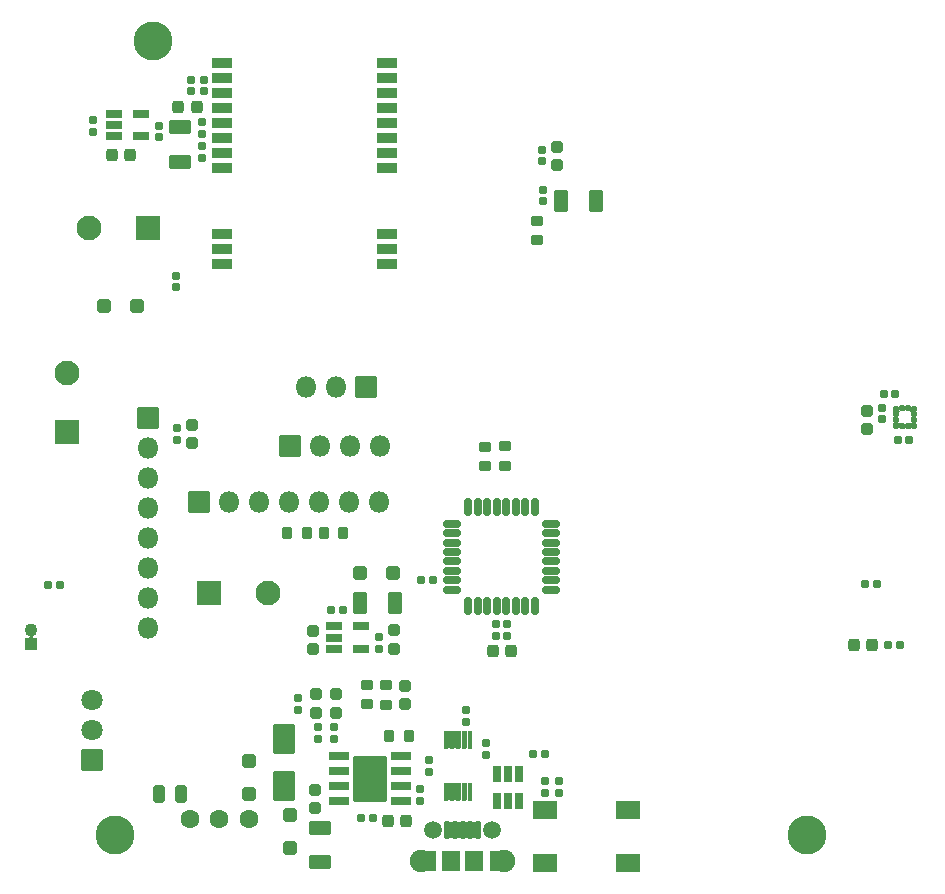
<source format=gbs>
%TF.GenerationSoftware,KiCad,Pcbnew,7.0.1-3b83917a11~172~ubuntu22.04.1*%
%TF.CreationDate,2023-04-06T21:51:21-06:00*%
%TF.ProjectId,gps-tracker,6770732d-7472-4616-936b-65722e6b6963,rev?*%
%TF.SameCoordinates,Original*%
%TF.FileFunction,Soldermask,Bot*%
%TF.FilePolarity,Negative*%
%FSLAX46Y46*%
G04 Gerber Fmt 4.6, Leading zero omitted, Abs format (unit mm)*
G04 Created by KiCad (PCBNEW 7.0.1-3b83917a11~172~ubuntu22.04.1) date 2023-04-06 21:51:21*
%MOMM*%
%LPD*%
G01*
G04 APERTURE LIST*
G04 Aperture macros list*
%AMRoundRect*
0 Rectangle with rounded corners*
0 $1 Rounding radius*
0 $2 $3 $4 $5 $6 $7 $8 $9 X,Y pos of 4 corners*
0 Add a 4 corners polygon primitive as box body*
4,1,4,$2,$3,$4,$5,$6,$7,$8,$9,$2,$3,0*
0 Add four circle primitives for the rounded corners*
1,1,$1+$1,$2,$3*
1,1,$1+$1,$4,$5*
1,1,$1+$1,$6,$7*
1,1,$1+$1,$8,$9*
0 Add four rect primitives between the rounded corners*
20,1,$1+$1,$2,$3,$4,$5,0*
20,1,$1+$1,$4,$5,$6,$7,0*
20,1,$1+$1,$6,$7,$8,$9,0*
20,1,$1+$1,$8,$9,$2,$3,0*%
G04 Aperture macros list end*
%ADD10RoundRect,0.050000X-0.200000X-0.675000X0.200000X-0.675000X0.200000X0.675000X-0.200000X0.675000X0*%
%ADD11C,1.508000*%
%ADD12RoundRect,0.050000X0.750000X0.775000X-0.750000X0.775000X-0.750000X-0.775000X0.750000X-0.775000X0*%
%ADD13C,1.900000*%
%ADD14RoundRect,0.300000X-0.650000X1.000000X-0.650000X-1.000000X0.650000X-1.000000X0.650000X1.000000X0*%
%ADD15C,1.800000*%
%ADD16RoundRect,0.050000X-0.850000X-0.850000X0.850000X-0.850000X0.850000X0.850000X-0.850000X0.850000X0*%
%ADD17RoundRect,0.050000X0.850000X-0.850000X0.850000X0.850000X-0.850000X0.850000X-0.850000X-0.850000X0*%
%ADD18O,1.800000X1.800000*%
%ADD19RoundRect,0.050000X0.500000X-0.500000X0.500000X0.500000X-0.500000X0.500000X-0.500000X-0.500000X0*%
%ADD20C,1.100000*%
%ADD21C,3.300000*%
%ADD22RoundRect,0.250000X-0.275000X0.200000X-0.275000X-0.200000X0.275000X-0.200000X0.275000X0.200000X0*%
%ADD23RoundRect,0.050000X-1.000000X-1.000000X1.000000X-1.000000X1.000000X1.000000X-1.000000X1.000000X0*%
%ADD24C,2.100000*%
%ADD25RoundRect,0.275000X0.225000X0.250000X-0.225000X0.250000X-0.225000X-0.250000X0.225000X-0.250000X0*%
%ADD26RoundRect,0.190000X-0.140000X-0.170000X0.140000X-0.170000X0.140000X0.170000X-0.140000X0.170000X0*%
%ADD27RoundRect,0.190000X0.170000X-0.140000X0.170000X0.140000X-0.170000X0.140000X-0.170000X-0.140000X0*%
%ADD28RoundRect,0.268750X0.256250X-0.218750X0.256250X0.218750X-0.256250X0.218750X-0.256250X-0.218750X0*%
%ADD29RoundRect,0.050000X-0.850000X0.850000X-0.850000X-0.850000X0.850000X-0.850000X0.850000X0.850000X0*%
%ADD30C,1.600000*%
%ADD31RoundRect,0.185000X0.185000X-0.135000X0.185000X0.135000X-0.185000X0.135000X-0.185000X-0.135000X0*%
%ADD32RoundRect,0.275000X-0.250000X0.225000X-0.250000X-0.225000X0.250000X-0.225000X0.250000X0.225000X0*%
%ADD33RoundRect,0.300000X-0.650000X0.325000X-0.650000X-0.325000X0.650000X-0.325000X0.650000X0.325000X0*%
%ADD34RoundRect,0.200000X-0.512500X-0.150000X0.512500X-0.150000X0.512500X0.150000X-0.512500X0.150000X0*%
%ADD35RoundRect,0.050000X-1.000000X-0.750000X1.000000X-0.750000X1.000000X0.750000X-1.000000X0.750000X0*%
%ADD36RoundRect,0.293750X0.243750X0.456250X-0.243750X0.456250X-0.243750X-0.456250X0.243750X-0.456250X0*%
%ADD37RoundRect,0.190000X0.140000X0.170000X-0.140000X0.170000X-0.140000X-0.170000X0.140000X-0.170000X0*%
%ADD38RoundRect,0.250000X0.275000X-0.200000X0.275000X0.200000X-0.275000X0.200000X-0.275000X-0.200000X0*%
%ADD39RoundRect,0.250000X0.200000X0.275000X-0.200000X0.275000X-0.200000X-0.275000X0.200000X-0.275000X0*%
%ADD40RoundRect,0.200000X0.675000X0.150000X-0.675000X0.150000X-0.675000X-0.150000X0.675000X-0.150000X0*%
%ADD41RoundRect,0.050000X1.350000X1.900000X-1.350000X1.900000X-1.350000X-1.900000X1.350000X-1.900000X0*%
%ADD42RoundRect,0.081500X0.143500X-0.173500X0.143500X0.173500X-0.143500X0.173500X-0.143500X-0.173500X0*%
%ADD43RoundRect,0.081500X0.173500X0.143500X-0.173500X0.143500X-0.173500X-0.143500X0.173500X-0.143500X0*%
%ADD44RoundRect,0.185000X-0.135000X-0.185000X0.135000X-0.185000X0.135000X0.185000X-0.135000X0.185000X0*%
%ADD45RoundRect,0.185000X-0.185000X0.135000X-0.185000X-0.135000X0.185000X-0.135000X0.185000X0.135000X0*%
%ADD46RoundRect,0.268750X0.218750X0.256250X-0.218750X0.256250X-0.218750X-0.256250X0.218750X-0.256250X0*%
%ADD47RoundRect,0.050000X-0.838200X-0.406400X0.838200X-0.406400X0.838200X0.406400X-0.838200X0.406400X0*%
%ADD48RoundRect,0.190000X-0.170000X0.140000X-0.170000X-0.140000X0.170000X-0.140000X0.170000X0.140000X0*%
%ADD49RoundRect,0.050000X1.000000X-1.000000X1.000000X1.000000X-1.000000X1.000000X-1.000000X-1.000000X0*%
%ADD50RoundRect,0.300000X-0.325000X-0.650000X0.325000X-0.650000X0.325000X0.650000X-0.325000X0.650000X0*%
%ADD51RoundRect,0.185000X0.135000X0.185000X-0.135000X0.185000X-0.135000X-0.185000X0.135000X-0.185000X0*%
%ADD52RoundRect,0.275000X-0.225000X-0.250000X0.225000X-0.250000X0.225000X0.250000X-0.225000X0.250000X0*%
%ADD53RoundRect,0.300000X0.300000X0.300000X-0.300000X0.300000X-0.300000X-0.300000X0.300000X-0.300000X0*%
%ADD54RoundRect,0.300000X-0.300000X0.300000X-0.300000X-0.300000X0.300000X-0.300000X0.300000X0.300000X0*%
%ADD55RoundRect,0.275000X0.250000X-0.225000X0.250000X0.225000X-0.250000X0.225000X-0.250000X-0.225000X0*%
%ADD56RoundRect,0.175000X0.125000X-0.625000X0.125000X0.625000X-0.125000X0.625000X-0.125000X-0.625000X0*%
%ADD57RoundRect,0.175000X0.625000X-0.125000X0.625000X0.125000X-0.625000X0.125000X-0.625000X-0.125000X0*%
%ADD58RoundRect,0.050000X1.000000X1.000000X-1.000000X1.000000X-1.000000X-1.000000X1.000000X-1.000000X0*%
%ADD59RoundRect,0.300000X0.300000X-0.300000X0.300000X0.300000X-0.300000X0.300000X-0.300000X-0.300000X0*%
%ADD60RoundRect,0.050000X0.150000X-0.700000X0.150000X0.700000X-0.150000X0.700000X-0.150000X-0.700000X0*%
%ADD61RoundRect,0.250000X-0.200000X-0.275000X0.200000X-0.275000X0.200000X0.275000X-0.200000X0.275000X0*%
%ADD62RoundRect,0.200000X0.150000X-0.512500X0.150000X0.512500X-0.150000X0.512500X-0.150000X-0.512500X0*%
%ADD63RoundRect,0.300000X0.325000X0.650000X-0.325000X0.650000X-0.325000X-0.650000X0.325000X-0.650000X0*%
G04 APERTURE END LIST*
D10*
%TO.C,J1*%
X112400000Y-122825000D03*
X111750000Y-122825000D03*
X111100000Y-122825000D03*
X110450000Y-122825000D03*
X109800000Y-122825000D03*
D11*
X113600000Y-122800000D03*
X108600000Y-122800000D03*
D12*
X112100000Y-125500000D03*
X110100000Y-125500000D03*
D13*
X114600000Y-125500000D03*
D12*
X114150000Y-125500000D03*
X108050000Y-125500000D03*
D13*
X107600000Y-125500000D03*
%TD*%
D14*
%TO.C,D9*%
X96000000Y-115100000D03*
X96000000Y-119100000D03*
%TD*%
D15*
%TO.C,J4*%
X79700000Y-111845000D03*
X79700000Y-114385000D03*
D16*
X79700000Y-116925000D03*
%TD*%
D17*
%TO.C,J6*%
X102900000Y-85300000D03*
D18*
X100360000Y-85300000D03*
X97820000Y-85300000D03*
%TD*%
D19*
%TO.C,J7*%
X74600000Y-107125000D03*
D20*
X74600000Y-105875000D03*
%TD*%
D16*
%TO.C,J3*%
X84500000Y-87925000D03*
D18*
X84500000Y-90465000D03*
X84500000Y-93005000D03*
X84500000Y-95545000D03*
X84500000Y-98085000D03*
X84500000Y-100625000D03*
X84500000Y-103165000D03*
X84500000Y-105705000D03*
%TD*%
D21*
%TO.C,H3*%
X140300000Y-123300000D03*
%TD*%
%TO.C,H2*%
X81700000Y-123300000D03*
%TD*%
%TO.C,H1*%
X84900000Y-56000000D03*
%TD*%
D22*
%TO.C,R13*%
X114700000Y-90350000D03*
X114700000Y-92000000D03*
%TD*%
D23*
%TO.C,C16*%
X89632323Y-102800000D03*
D24*
X94632323Y-102800000D03*
%TD*%
D25*
%TO.C,C34*%
X82950000Y-65700000D03*
X81400000Y-65700000D03*
%TD*%
D26*
%TO.C,C4*%
X113925000Y-105400000D03*
X114885000Y-105400000D03*
%TD*%
D27*
%TO.C,C30*%
X89200000Y-60280000D03*
X89200000Y-59320000D03*
%TD*%
D28*
%TO.C,D6*%
X98700000Y-112887500D03*
X98700000Y-111312500D03*
%TD*%
D29*
%TO.C,J5*%
X96520000Y-90300000D03*
D18*
X99060000Y-90300000D03*
X101600000Y-90300000D03*
X104140000Y-90300000D03*
%TD*%
D30*
%TO.C,SW6*%
X88000000Y-121900000D03*
X90500000Y-121900000D03*
X93000000Y-121900000D03*
%TD*%
D27*
%TO.C,C29*%
X117800000Y-66200000D03*
X117800000Y-65240000D03*
%TD*%
D31*
%TO.C,R4*%
X108300000Y-117900000D03*
X108300000Y-116880000D03*
%TD*%
D26*
%TO.C,C1*%
X117100000Y-116400000D03*
X118060000Y-116400000D03*
%TD*%
D32*
%TO.C,C12*%
X106200000Y-110650000D03*
X106200000Y-112200000D03*
%TD*%
D33*
%TO.C,C15*%
X99000000Y-122625000D03*
X99000000Y-125575000D03*
%TD*%
D25*
%TO.C,C5*%
X115200000Y-107700000D03*
X113650000Y-107700000D03*
%TD*%
D27*
%TO.C,C25*%
X88100000Y-60280000D03*
X88100000Y-59320000D03*
%TD*%
D31*
%TO.C,R2*%
X111400000Y-113700000D03*
X111400000Y-112680000D03*
%TD*%
D27*
%TO.C,C24*%
X117800000Y-66200000D03*
X117800000Y-65240000D03*
%TD*%
D31*
%TO.C,R24*%
X89000000Y-63920000D03*
X89000000Y-62900000D03*
%TD*%
D26*
%TO.C,C32*%
X113925000Y-106400000D03*
X114885000Y-106400000D03*
%TD*%
D34*
%TO.C,U9*%
X81625000Y-64100000D03*
X81625000Y-63150000D03*
X81625000Y-62200000D03*
X83900000Y-62200000D03*
X83900000Y-64100000D03*
%TD*%
D35*
%TO.C,SW2*%
X118100000Y-125650000D03*
X125100000Y-125650000D03*
X118100000Y-121150000D03*
X125100000Y-121150000D03*
%TD*%
D32*
%TO.C,C7*%
X88200000Y-88550000D03*
X88200000Y-90100000D03*
%TD*%
D36*
%TO.C,TH1*%
X87300000Y-119800000D03*
X85425000Y-119800000D03*
%TD*%
D37*
%TO.C,C20*%
X146780000Y-85900000D03*
X147740000Y-85900000D03*
%TD*%
D34*
%TO.C,U4*%
X100225000Y-107500000D03*
X100225000Y-106550000D03*
X100225000Y-105600000D03*
X102500000Y-105600000D03*
X102500000Y-107500000D03*
%TD*%
D27*
%TO.C,C14*%
X104000000Y-107480000D03*
X104000000Y-106520000D03*
%TD*%
D38*
%TO.C,R17*%
X104600000Y-112250000D03*
X104600000Y-110600000D03*
%TD*%
D29*
%TO.C,J2*%
X88800000Y-95100000D03*
D18*
X91340000Y-95100000D03*
X93880000Y-95100000D03*
X96420000Y-95100000D03*
X98960000Y-95100000D03*
X101500000Y-95100000D03*
X104040000Y-95100000D03*
%TD*%
D39*
%TO.C,R12*%
X97925000Y-97700000D03*
X96275000Y-97700000D03*
%TD*%
D22*
%TO.C,R16*%
X103000000Y-110550000D03*
X103000000Y-112200000D03*
%TD*%
D40*
%TO.C,U8*%
X105850000Y-116590000D03*
X105850000Y-117860000D03*
X105850000Y-119130000D03*
X105850000Y-120400000D03*
X100600000Y-120400000D03*
X100600000Y-119130000D03*
X100600000Y-117860000D03*
X100600000Y-116590000D03*
D41*
X103225000Y-118495000D03*
%TD*%
D42*
%TO.C,U5*%
X148790000Y-87140000D03*
X148290000Y-87140000D03*
D43*
X147780000Y-87150000D03*
X147780000Y-87650000D03*
X147780000Y-88150000D03*
X147780000Y-88650000D03*
D42*
X148290000Y-88660000D03*
X148790000Y-88660000D03*
D43*
X149300000Y-88650000D03*
X149300000Y-88150000D03*
X149300000Y-87650000D03*
X149300000Y-87150000D03*
%TD*%
D44*
%TO.C,R11*%
X147090000Y-107200000D03*
X148110000Y-107200000D03*
%TD*%
D45*
%TO.C,R18*%
X98900000Y-114090000D03*
X98900000Y-115110000D03*
%TD*%
D46*
%TO.C,D2*%
X145800000Y-107200000D03*
X144225000Y-107200000D03*
%TD*%
D47*
%TO.C,U7*%
X90700000Y-74908000D03*
X90700000Y-73638000D03*
X90700000Y-72368000D03*
X90700000Y-66780000D03*
X90700000Y-65510000D03*
X90700000Y-64240000D03*
X90700000Y-62970000D03*
X90700000Y-61700000D03*
X90700000Y-60430000D03*
X90700000Y-59160000D03*
X90700000Y-57890000D03*
X104670000Y-57890000D03*
X104670000Y-59160000D03*
X104670000Y-60430000D03*
X104670000Y-61700000D03*
X104670000Y-62970000D03*
X104670000Y-64240000D03*
X104670000Y-65510000D03*
X104670000Y-66780000D03*
X104670000Y-72368000D03*
X104670000Y-73638000D03*
X104670000Y-74908000D03*
%TD*%
D48*
%TO.C,C17*%
X146640000Y-88060000D03*
X146640000Y-87100000D03*
%TD*%
D49*
%TO.C,C19*%
X77600000Y-89167677D03*
D24*
X77600000Y-84167677D03*
%TD*%
D32*
%TO.C,C22*%
X119100000Y-65000000D03*
X119100000Y-66550000D03*
%TD*%
D37*
%TO.C,C18*%
X147980000Y-89800000D03*
X148940000Y-89800000D03*
%TD*%
D50*
%TO.C,C26*%
X102425000Y-103600000D03*
X105375000Y-103600000D03*
%TD*%
D48*
%TO.C,C33*%
X107500000Y-119400000D03*
X107500000Y-120360000D03*
%TD*%
D51*
%TO.C,R1*%
X77000000Y-102100000D03*
X75980000Y-102100000D03*
%TD*%
D31*
%TO.C,R25*%
X118100000Y-119700000D03*
X118100000Y-118680000D03*
%TD*%
D52*
%TO.C,C23*%
X87025000Y-61600000D03*
X88575000Y-61600000D03*
%TD*%
D51*
%TO.C,R15*%
X101010000Y-104200000D03*
X99990000Y-104200000D03*
%TD*%
D53*
%TO.C,D8*%
X83500000Y-78500000D03*
X80700000Y-78500000D03*
%TD*%
D54*
%TO.C,D3*%
X93000000Y-117000000D03*
X93000000Y-119800000D03*
%TD*%
D55*
%TO.C,C2*%
X98600000Y-120975000D03*
X98600000Y-119425000D03*
%TD*%
D27*
%TO.C,C6*%
X113100000Y-116460000D03*
X113100000Y-115500000D03*
%TD*%
%TO.C,C36*%
X85400000Y-64180000D03*
X85400000Y-63220000D03*
%TD*%
D53*
%TO.C,D5*%
X105200000Y-101100000D03*
X102400000Y-101100000D03*
%TD*%
D44*
%TO.C,R8*%
X107590000Y-101700000D03*
X108610000Y-101700000D03*
%TD*%
D25*
%TO.C,C21*%
X106350000Y-122100000D03*
X104800000Y-122100000D03*
%TD*%
D22*
%TO.C,R21*%
X117400000Y-71250000D03*
X117400000Y-72900000D03*
%TD*%
D44*
%TO.C,R3*%
X145180000Y-102000000D03*
X146200000Y-102000000D03*
%TD*%
D32*
%TO.C,C11*%
X105300000Y-105925000D03*
X105300000Y-107475000D03*
%TD*%
D27*
%TO.C,C9*%
X86800000Y-76900000D03*
X86800000Y-75940000D03*
%TD*%
D45*
%TO.C,R19*%
X100200000Y-114090000D03*
X100200000Y-115110000D03*
%TD*%
%TO.C,R5*%
X119300000Y-118700000D03*
X119300000Y-119720000D03*
%TD*%
D32*
%TO.C,C10*%
X98400000Y-107550000D03*
X98400000Y-106000000D03*
%TD*%
D27*
%TO.C,C27*%
X117900000Y-69600000D03*
X117900000Y-68640000D03*
%TD*%
D28*
%TO.C,D7*%
X100400000Y-111312500D03*
X100400000Y-112887500D03*
%TD*%
D56*
%TO.C,U1*%
X117200000Y-103875000D03*
X116400000Y-103875000D03*
X115600000Y-103875000D03*
X114800000Y-103875000D03*
X114000000Y-103875000D03*
X113200000Y-103875000D03*
X112400000Y-103875000D03*
X111600000Y-103875000D03*
D57*
X110225000Y-102500000D03*
X110225000Y-101700000D03*
X110225000Y-100900000D03*
X110225000Y-100100000D03*
X110225000Y-99300000D03*
X110225000Y-98500000D03*
X110225000Y-97700000D03*
X110225000Y-96900000D03*
D56*
X111600000Y-95525000D03*
X112400000Y-95525000D03*
X113200000Y-95525000D03*
X114000000Y-95525000D03*
X114800000Y-95525000D03*
X115600000Y-95525000D03*
X116400000Y-95525000D03*
X117200000Y-95525000D03*
D57*
X118575000Y-96900000D03*
X118575000Y-97700000D03*
X118575000Y-98500000D03*
X118575000Y-99300000D03*
X118575000Y-100100000D03*
X118575000Y-100900000D03*
X118575000Y-101700000D03*
X118575000Y-102500000D03*
%TD*%
D51*
%TO.C,R6*%
X103500000Y-121800000D03*
X102480000Y-121800000D03*
%TD*%
D31*
%TO.C,R22*%
X79800000Y-63700000D03*
X79800000Y-62680000D03*
%TD*%
D45*
%TO.C,R7*%
X97200000Y-111680000D03*
X97200000Y-112700000D03*
%TD*%
D27*
%TO.C,C8*%
X86900000Y-89800000D03*
X86900000Y-88840000D03*
%TD*%
D55*
%TO.C,C35*%
X145340000Y-87350000D03*
X145340000Y-88900000D03*
%TD*%
D58*
%TO.C,C3*%
X84467677Y-71900000D03*
D24*
X79467677Y-71900000D03*
%TD*%
D59*
%TO.C,D4*%
X96500000Y-124400000D03*
X96500000Y-121600000D03*
%TD*%
D33*
%TO.C,C37*%
X87200000Y-63325000D03*
X87200000Y-66275000D03*
%TD*%
D60*
%TO.C,U2*%
X111700000Y-119600000D03*
X111200000Y-119600000D03*
X110700000Y-119600000D03*
X110200000Y-119600000D03*
X109700000Y-119600000D03*
X109700000Y-115200000D03*
X110200000Y-115200000D03*
X110700000Y-115200000D03*
X111200000Y-115200000D03*
X111700000Y-115200000D03*
%TD*%
D61*
%TO.C,R20*%
X104875000Y-114900000D03*
X106525000Y-114900000D03*
%TD*%
D62*
%TO.C,D1*%
X115900000Y-120400000D03*
X114950000Y-120400000D03*
X114000000Y-120400000D03*
X114000000Y-118125000D03*
X114950000Y-118125000D03*
X115900000Y-118125000D03*
%TD*%
D39*
%TO.C,R14*%
X101000000Y-97700000D03*
X99350000Y-97700000D03*
%TD*%
D63*
%TO.C,C28*%
X122375000Y-69600000D03*
X119425000Y-69600000D03*
%TD*%
D31*
%TO.C,R23*%
X89000000Y-65910000D03*
X89000000Y-64890000D03*
%TD*%
D22*
%TO.C,R10*%
X113000000Y-92050000D03*
X113000000Y-90400000D03*
%TD*%
G36*
X112154331Y-122134466D02*
G01*
X112154789Y-122136175D01*
X112152000Y-122150199D01*
X112152000Y-123499801D01*
X112154788Y-123513821D01*
X112154330Y-123515530D01*
X112152695Y-123516207D01*
X112151163Y-123515322D01*
X112127378Y-123479727D01*
X112022614Y-123479728D01*
X111998837Y-123515315D01*
X111997305Y-123516200D01*
X111995670Y-123515523D01*
X111995212Y-123513814D01*
X111998000Y-123499801D01*
X111998000Y-122150199D01*
X111995211Y-122136181D01*
X111995669Y-122134472D01*
X111997304Y-122133795D01*
X111998836Y-122134680D01*
X112022616Y-122170270D01*
X112127377Y-122170271D01*
X112151164Y-122134674D01*
X112152696Y-122133789D01*
X112154331Y-122134466D01*
G37*
G36*
X111504331Y-122134466D02*
G01*
X111504789Y-122136175D01*
X111502000Y-122150199D01*
X111502000Y-123499801D01*
X111504788Y-123513821D01*
X111504330Y-123515530D01*
X111502695Y-123516207D01*
X111501163Y-123515322D01*
X111477378Y-123479727D01*
X111372614Y-123479728D01*
X111348837Y-123515315D01*
X111347305Y-123516200D01*
X111345670Y-123515523D01*
X111345212Y-123513814D01*
X111348000Y-123499801D01*
X111348000Y-122150199D01*
X111345211Y-122136181D01*
X111345669Y-122134472D01*
X111347304Y-122133795D01*
X111348836Y-122134680D01*
X111372616Y-122170270D01*
X111477377Y-122170271D01*
X111501164Y-122134674D01*
X111502696Y-122133789D01*
X111504331Y-122134466D01*
G37*
G36*
X110854331Y-122134466D02*
G01*
X110854789Y-122136175D01*
X110852000Y-122150199D01*
X110852000Y-123499801D01*
X110854788Y-123513821D01*
X110854330Y-123515530D01*
X110852695Y-123516207D01*
X110851163Y-123515322D01*
X110827378Y-123479727D01*
X110722614Y-123479728D01*
X110698837Y-123515315D01*
X110697305Y-123516200D01*
X110695670Y-123515523D01*
X110695212Y-123513814D01*
X110698000Y-123499801D01*
X110698000Y-122150199D01*
X110695211Y-122136181D01*
X110695669Y-122134472D01*
X110697304Y-122133795D01*
X110698836Y-122134680D01*
X110722616Y-122170270D01*
X110827377Y-122170271D01*
X110851164Y-122134674D01*
X110852696Y-122133789D01*
X110854331Y-122134466D01*
G37*
G36*
X110204331Y-122134466D02*
G01*
X110204789Y-122136175D01*
X110202000Y-122150199D01*
X110202000Y-123499801D01*
X110204788Y-123513821D01*
X110204330Y-123515530D01*
X110202695Y-123516207D01*
X110201163Y-123515322D01*
X110177378Y-123479727D01*
X110072614Y-123479728D01*
X110048837Y-123515315D01*
X110047305Y-123516200D01*
X110045670Y-123515523D01*
X110045212Y-123513814D01*
X110048000Y-123499801D01*
X110048000Y-122150199D01*
X110045211Y-122136181D01*
X110045669Y-122134472D01*
X110047304Y-122133795D01*
X110048836Y-122134680D01*
X110072616Y-122170270D01*
X110177377Y-122170271D01*
X110201164Y-122134674D01*
X110202696Y-122133789D01*
X110204331Y-122134466D01*
G37*
G36*
X111513751Y-118868173D02*
G01*
X111513520Y-118869927D01*
X111505690Y-118881645D01*
X111502000Y-118900199D01*
X111502000Y-120299801D01*
X111505690Y-120318354D01*
X111513517Y-120330068D01*
X111513748Y-120331822D01*
X111512497Y-120333073D01*
X111510743Y-120332842D01*
X111479728Y-120312118D01*
X111420272Y-120312118D01*
X111389256Y-120332841D01*
X111387502Y-120333072D01*
X111386251Y-120331821D01*
X111386482Y-120330067D01*
X111394309Y-120318354D01*
X111398000Y-120299801D01*
X111398000Y-118900199D01*
X111394309Y-118881645D01*
X111386480Y-118869928D01*
X111386249Y-118868174D01*
X111387500Y-118866923D01*
X111389254Y-118867154D01*
X111420273Y-118887881D01*
X111479727Y-118887881D01*
X111510746Y-118867153D01*
X111512500Y-118866922D01*
X111513751Y-118868173D01*
G37*
G36*
X111013751Y-118868173D02*
G01*
X111013520Y-118869927D01*
X111005690Y-118881645D01*
X111002000Y-118900199D01*
X111002000Y-120299801D01*
X111005690Y-120318354D01*
X111013517Y-120330068D01*
X111013748Y-120331822D01*
X111012497Y-120333073D01*
X111010743Y-120332842D01*
X110979728Y-120312118D01*
X110920272Y-120312118D01*
X110889256Y-120332841D01*
X110887502Y-120333072D01*
X110886251Y-120331821D01*
X110886482Y-120330067D01*
X110894309Y-120318354D01*
X110898000Y-120299801D01*
X110898000Y-118900199D01*
X110894309Y-118881645D01*
X110886480Y-118869928D01*
X110886249Y-118868174D01*
X110887500Y-118866923D01*
X110889254Y-118867154D01*
X110920273Y-118887881D01*
X110979727Y-118887881D01*
X111010746Y-118867153D01*
X111012500Y-118866922D01*
X111013751Y-118868173D01*
G37*
G36*
X110513751Y-118868173D02*
G01*
X110513520Y-118869927D01*
X110505690Y-118881645D01*
X110502000Y-118900199D01*
X110502000Y-120299801D01*
X110505690Y-120318354D01*
X110513517Y-120330068D01*
X110513748Y-120331822D01*
X110512497Y-120333073D01*
X110510743Y-120332842D01*
X110479728Y-120312118D01*
X110420272Y-120312118D01*
X110389256Y-120332841D01*
X110387502Y-120333072D01*
X110386251Y-120331821D01*
X110386482Y-120330067D01*
X110394309Y-120318354D01*
X110398000Y-120299801D01*
X110398000Y-118900199D01*
X110394309Y-118881645D01*
X110386480Y-118869928D01*
X110386249Y-118868174D01*
X110387500Y-118866923D01*
X110389254Y-118867154D01*
X110420273Y-118887881D01*
X110479727Y-118887881D01*
X110510746Y-118867153D01*
X110512500Y-118866922D01*
X110513751Y-118868173D01*
G37*
G36*
X110013751Y-118868173D02*
G01*
X110013520Y-118869927D01*
X110005690Y-118881645D01*
X110002000Y-118900199D01*
X110002000Y-120299801D01*
X110005690Y-120318354D01*
X110013517Y-120330068D01*
X110013748Y-120331822D01*
X110012497Y-120333073D01*
X110010743Y-120332842D01*
X109979728Y-120312118D01*
X109920272Y-120312118D01*
X109889256Y-120332841D01*
X109887502Y-120333072D01*
X109886251Y-120331821D01*
X109886482Y-120330067D01*
X109894309Y-120318354D01*
X109898000Y-120299801D01*
X109898000Y-118900199D01*
X109894309Y-118881645D01*
X109886480Y-118869928D01*
X109886249Y-118868174D01*
X109887500Y-118866923D01*
X109889254Y-118867154D01*
X109920273Y-118887881D01*
X109979727Y-118887881D01*
X110010746Y-118867153D01*
X110012500Y-118866922D01*
X110013751Y-118868173D01*
G37*
G36*
X111513751Y-114468173D02*
G01*
X111513520Y-114469927D01*
X111505690Y-114481645D01*
X111502000Y-114500199D01*
X111502000Y-115899801D01*
X111505690Y-115918354D01*
X111513517Y-115930068D01*
X111513748Y-115931822D01*
X111512497Y-115933073D01*
X111510743Y-115932842D01*
X111479728Y-115912118D01*
X111420272Y-115912118D01*
X111389256Y-115932841D01*
X111387502Y-115933072D01*
X111386251Y-115931821D01*
X111386482Y-115930067D01*
X111394309Y-115918354D01*
X111398000Y-115899801D01*
X111398000Y-114500199D01*
X111394309Y-114481645D01*
X111386480Y-114469928D01*
X111386249Y-114468174D01*
X111387500Y-114466923D01*
X111389254Y-114467154D01*
X111420273Y-114487881D01*
X111479727Y-114487881D01*
X111510746Y-114467153D01*
X111512500Y-114466922D01*
X111513751Y-114468173D01*
G37*
G36*
X111013751Y-114468173D02*
G01*
X111013520Y-114469927D01*
X111005690Y-114481645D01*
X111002000Y-114500199D01*
X111002000Y-115899801D01*
X111005690Y-115918354D01*
X111013517Y-115930068D01*
X111013748Y-115931822D01*
X111012497Y-115933073D01*
X111010743Y-115932842D01*
X110979728Y-115912118D01*
X110920272Y-115912118D01*
X110889256Y-115932841D01*
X110887502Y-115933072D01*
X110886251Y-115931821D01*
X110886482Y-115930067D01*
X110894309Y-115918354D01*
X110898000Y-115899801D01*
X110898000Y-114500199D01*
X110894309Y-114481645D01*
X110886480Y-114469928D01*
X110886249Y-114468174D01*
X110887500Y-114466923D01*
X110889254Y-114467154D01*
X110920273Y-114487881D01*
X110979727Y-114487881D01*
X111010746Y-114467153D01*
X111012500Y-114466922D01*
X111013751Y-114468173D01*
G37*
G36*
X110513751Y-114468173D02*
G01*
X110513520Y-114469927D01*
X110505690Y-114481645D01*
X110502000Y-114500199D01*
X110502000Y-115899801D01*
X110505690Y-115918354D01*
X110513517Y-115930068D01*
X110513748Y-115931822D01*
X110512497Y-115933073D01*
X110510743Y-115932842D01*
X110479728Y-115912118D01*
X110420272Y-115912118D01*
X110389256Y-115932841D01*
X110387502Y-115933072D01*
X110386251Y-115931821D01*
X110386482Y-115930067D01*
X110394309Y-115918354D01*
X110398000Y-115899801D01*
X110398000Y-114500199D01*
X110394309Y-114481645D01*
X110386480Y-114469928D01*
X110386249Y-114468174D01*
X110387500Y-114466923D01*
X110389254Y-114467154D01*
X110420273Y-114487881D01*
X110479727Y-114487881D01*
X110510746Y-114467153D01*
X110512500Y-114466922D01*
X110513751Y-114468173D01*
G37*
G36*
X110013751Y-114468173D02*
G01*
X110013520Y-114469927D01*
X110005690Y-114481645D01*
X110002000Y-114500199D01*
X110002000Y-115899801D01*
X110005690Y-115918354D01*
X110013517Y-115930068D01*
X110013748Y-115931822D01*
X110012497Y-115933073D01*
X110010743Y-115932842D01*
X109979728Y-115912118D01*
X109920272Y-115912118D01*
X109889256Y-115932841D01*
X109887502Y-115933072D01*
X109886251Y-115931821D01*
X109886482Y-115930067D01*
X109894309Y-115918354D01*
X109898000Y-115899801D01*
X109898000Y-114500199D01*
X109894309Y-114481645D01*
X109886480Y-114469928D01*
X109886249Y-114468174D01*
X109887500Y-114466923D01*
X109889254Y-114467154D01*
X109920273Y-114487881D01*
X109979727Y-114487881D01*
X110010746Y-114467153D01*
X110012500Y-114466922D01*
X110013751Y-114468173D01*
G37*
G36*
X74458172Y-106404310D02*
G01*
X74600000Y-106422982D01*
X74741827Y-106404310D01*
X74830404Y-106367620D01*
X74832338Y-106367845D01*
X74833164Y-106369609D01*
X74832098Y-106371239D01*
X74731751Y-106423906D01*
X74768874Y-106574521D01*
X74768506Y-106576233D01*
X74766932Y-106577000D01*
X74433069Y-106577000D01*
X74431495Y-106576233D01*
X74431127Y-106574521D01*
X74468248Y-106423906D01*
X74367898Y-106371238D01*
X74366832Y-106369608D01*
X74367658Y-106367844D01*
X74369592Y-106367619D01*
X74458172Y-106404310D01*
G37*
G36*
X148587977Y-88432400D02*
G01*
X148587746Y-88434154D01*
X148573088Y-88456090D01*
X148567000Y-88486699D01*
X148567000Y-88833301D01*
X148573088Y-88863909D01*
X148587743Y-88885842D01*
X148587974Y-88887596D01*
X148586723Y-88888847D01*
X148584969Y-88888616D01*
X148569728Y-88878432D01*
X148510272Y-88878432D01*
X148495030Y-88888616D01*
X148493276Y-88888847D01*
X148492025Y-88887596D01*
X148492256Y-88885842D01*
X148506911Y-88863909D01*
X148513000Y-88833301D01*
X148513000Y-88486699D01*
X148506911Y-88456090D01*
X148492254Y-88434154D01*
X148492023Y-88432400D01*
X148493274Y-88431149D01*
X148495028Y-88431380D01*
X148510273Y-88441567D01*
X148569727Y-88441567D01*
X148584972Y-88431380D01*
X148586726Y-88431149D01*
X148587977Y-88432400D01*
G37*
G36*
X148027509Y-88327545D02*
G01*
X148027967Y-88329254D01*
X148025808Y-88340111D01*
X148099880Y-88414189D01*
X148110751Y-88412027D01*
X148112460Y-88412485D01*
X148113137Y-88414120D01*
X148112252Y-88415652D01*
X148090312Y-88430312D01*
X148073088Y-88456090D01*
X148067000Y-88486699D01*
X148067000Y-88833301D01*
X148073088Y-88863909D01*
X148087744Y-88885842D01*
X148087975Y-88887596D01*
X148086724Y-88888847D01*
X148084970Y-88888616D01*
X148056742Y-88869755D01*
X148018503Y-88862149D01*
X147989255Y-88867967D01*
X147987546Y-88867509D01*
X147986869Y-88865874D01*
X147987754Y-88864342D01*
X148009687Y-88849687D01*
X148026911Y-88823909D01*
X148033000Y-88793301D01*
X148033000Y-88506699D01*
X148026911Y-88476090D01*
X148009687Y-88450312D01*
X147983909Y-88433088D01*
X147953301Y-88427000D01*
X147606699Y-88427000D01*
X147576090Y-88433088D01*
X147554154Y-88447746D01*
X147552400Y-88447977D01*
X147551149Y-88446726D01*
X147551380Y-88444972D01*
X147561567Y-88429727D01*
X147561567Y-88370273D01*
X147551380Y-88355028D01*
X147551149Y-88353274D01*
X147552400Y-88352023D01*
X147554154Y-88352254D01*
X147576090Y-88366911D01*
X147606699Y-88373000D01*
X147953301Y-88373000D01*
X147983909Y-88366911D01*
X148009687Y-88349687D01*
X148024342Y-88327753D01*
X148025874Y-88326868D01*
X148027509Y-88327545D01*
G37*
G36*
X149055653Y-88327748D02*
G01*
X149070312Y-88349687D01*
X149096090Y-88366911D01*
X149126699Y-88373000D01*
X149473301Y-88373000D01*
X149503909Y-88366911D01*
X149525842Y-88352256D01*
X149527596Y-88352025D01*
X149528847Y-88353276D01*
X149528616Y-88355030D01*
X149518432Y-88370272D01*
X149518432Y-88429728D01*
X149528616Y-88444969D01*
X149528847Y-88446723D01*
X149527596Y-88447974D01*
X149525842Y-88447743D01*
X149503909Y-88433088D01*
X149473301Y-88427000D01*
X149126699Y-88427000D01*
X149096090Y-88433088D01*
X149070312Y-88450312D01*
X149053088Y-88476090D01*
X149047000Y-88506699D01*
X149047000Y-88793301D01*
X149053088Y-88823909D01*
X149070312Y-88849687D01*
X149092246Y-88864342D01*
X149093131Y-88865874D01*
X149092454Y-88867509D01*
X149090745Y-88867967D01*
X149061495Y-88862149D01*
X149023256Y-88869755D01*
X148995030Y-88888615D01*
X148993276Y-88888846D01*
X148992025Y-88887595D01*
X148992256Y-88885841D01*
X149006911Y-88863909D01*
X149013000Y-88833301D01*
X149013000Y-88486699D01*
X149006911Y-88456090D01*
X148989687Y-88430312D01*
X148967746Y-88415652D01*
X148966861Y-88414120D01*
X148967538Y-88412485D01*
X148969247Y-88412027D01*
X148980116Y-88414188D01*
X149054189Y-88340115D01*
X149052028Y-88329249D01*
X149052486Y-88327540D01*
X149054121Y-88326863D01*
X149055653Y-88327748D01*
G37*
G36*
X149074154Y-87852254D02*
G01*
X149096090Y-87866911D01*
X149126699Y-87873000D01*
X149473301Y-87873000D01*
X149503909Y-87866911D01*
X149525842Y-87852256D01*
X149527596Y-87852025D01*
X149528847Y-87853276D01*
X149528616Y-87855030D01*
X149518432Y-87870272D01*
X149518432Y-87929728D01*
X149528616Y-87944969D01*
X149528847Y-87946723D01*
X149527596Y-87947974D01*
X149525842Y-87947743D01*
X149503909Y-87933088D01*
X149473301Y-87927000D01*
X149126699Y-87927000D01*
X149096090Y-87933088D01*
X149074154Y-87947746D01*
X149072400Y-87947977D01*
X149071149Y-87946726D01*
X149071380Y-87944972D01*
X149081567Y-87929727D01*
X149081567Y-87870273D01*
X149071380Y-87855028D01*
X149071149Y-87853274D01*
X149072400Y-87852023D01*
X149074154Y-87852254D01*
G37*
G36*
X147554154Y-87852254D02*
G01*
X147576090Y-87866911D01*
X147606699Y-87873000D01*
X147953301Y-87873000D01*
X147983909Y-87866911D01*
X148005842Y-87852256D01*
X148007596Y-87852025D01*
X148008847Y-87853276D01*
X148008616Y-87855030D01*
X147998432Y-87870272D01*
X147998432Y-87929728D01*
X148008616Y-87944969D01*
X148008847Y-87946723D01*
X148007596Y-87947974D01*
X148005842Y-87947743D01*
X147983909Y-87933088D01*
X147953301Y-87927000D01*
X147606699Y-87927000D01*
X147576090Y-87933088D01*
X147554154Y-87947746D01*
X147552400Y-87947977D01*
X147551149Y-87946726D01*
X147551380Y-87944972D01*
X147561567Y-87929727D01*
X147561567Y-87870273D01*
X147551380Y-87855028D01*
X147551149Y-87853274D01*
X147552400Y-87852023D01*
X147554154Y-87852254D01*
G37*
G36*
X148995029Y-86911382D02*
G01*
X149023256Y-86930243D01*
X149061492Y-86937849D01*
X149090747Y-86932030D01*
X149092456Y-86932488D01*
X149093133Y-86934123D01*
X149092248Y-86935655D01*
X149070312Y-86950312D01*
X149053088Y-86976090D01*
X149047000Y-87006699D01*
X149047000Y-87293301D01*
X149053088Y-87323909D01*
X149070312Y-87349687D01*
X149096090Y-87366911D01*
X149126699Y-87373000D01*
X149473301Y-87373000D01*
X149503909Y-87366911D01*
X149525842Y-87352256D01*
X149527596Y-87352025D01*
X149528847Y-87353276D01*
X149528616Y-87355030D01*
X149518432Y-87370272D01*
X149518432Y-87429728D01*
X149528616Y-87444969D01*
X149528847Y-87446723D01*
X149527596Y-87447974D01*
X149525842Y-87447743D01*
X149503909Y-87433088D01*
X149473301Y-87427000D01*
X149126699Y-87427000D01*
X149096090Y-87433088D01*
X149070312Y-87450312D01*
X149055651Y-87472255D01*
X149054119Y-87473140D01*
X149052484Y-87472463D01*
X149052026Y-87470754D01*
X149054188Y-87459879D01*
X148980110Y-87385807D01*
X148969256Y-87387966D01*
X148967547Y-87387508D01*
X148966870Y-87385873D01*
X148967755Y-87384341D01*
X148989687Y-87369687D01*
X149006911Y-87343909D01*
X149013000Y-87313301D01*
X149013000Y-86966699D01*
X149006911Y-86936090D01*
X148992255Y-86914156D01*
X148992024Y-86912402D01*
X148993275Y-86911151D01*
X148995029Y-86911382D01*
G37*
G36*
X148087977Y-86912399D02*
G01*
X148087746Y-86914153D01*
X148073088Y-86936090D01*
X148067000Y-86966699D01*
X148067000Y-87313301D01*
X148073088Y-87343909D01*
X148090312Y-87369687D01*
X148112247Y-87384343D01*
X148113132Y-87385875D01*
X148112455Y-87387510D01*
X148110746Y-87387968D01*
X148099884Y-87385808D01*
X148025807Y-87459885D01*
X148027967Y-87470744D01*
X148027509Y-87472453D01*
X148025874Y-87473130D01*
X148024342Y-87472245D01*
X148009687Y-87450312D01*
X147983909Y-87433088D01*
X147953301Y-87427000D01*
X147606699Y-87427000D01*
X147576090Y-87433088D01*
X147554152Y-87447747D01*
X147552398Y-87447978D01*
X147551147Y-87446727D01*
X147551378Y-87444973D01*
X147561567Y-87429725D01*
X147561567Y-87370271D01*
X147551383Y-87355029D01*
X147551152Y-87353275D01*
X147552403Y-87352024D01*
X147554157Y-87352255D01*
X147576090Y-87366911D01*
X147606699Y-87373000D01*
X147953301Y-87373000D01*
X147983909Y-87366911D01*
X148009687Y-87349687D01*
X148026911Y-87323909D01*
X148033000Y-87293301D01*
X148033000Y-87006699D01*
X148026911Y-86976090D01*
X148009687Y-86950312D01*
X147987752Y-86935656D01*
X147986867Y-86934124D01*
X147987544Y-86932489D01*
X147989253Y-86932031D01*
X148018504Y-86937849D01*
X148056741Y-86930243D01*
X148084972Y-86911379D01*
X148086726Y-86911148D01*
X148087977Y-86912399D01*
G37*
G36*
X148587977Y-86912400D02*
G01*
X148587746Y-86914154D01*
X148573088Y-86936090D01*
X148567000Y-86966699D01*
X148567000Y-87313301D01*
X148573088Y-87343909D01*
X148587743Y-87365842D01*
X148587974Y-87367596D01*
X148586723Y-87368847D01*
X148584969Y-87368616D01*
X148569728Y-87358432D01*
X148510272Y-87358432D01*
X148495030Y-87368616D01*
X148493276Y-87368847D01*
X148492025Y-87367596D01*
X148492256Y-87365842D01*
X148506911Y-87343909D01*
X148513000Y-87313301D01*
X148513000Y-86966699D01*
X148506911Y-86936090D01*
X148492254Y-86914154D01*
X148492023Y-86912400D01*
X148493274Y-86911149D01*
X148495028Y-86911380D01*
X148510273Y-86921567D01*
X148569727Y-86921567D01*
X148584972Y-86911380D01*
X148586726Y-86911149D01*
X148587977Y-86912400D01*
G37*
M02*

</source>
